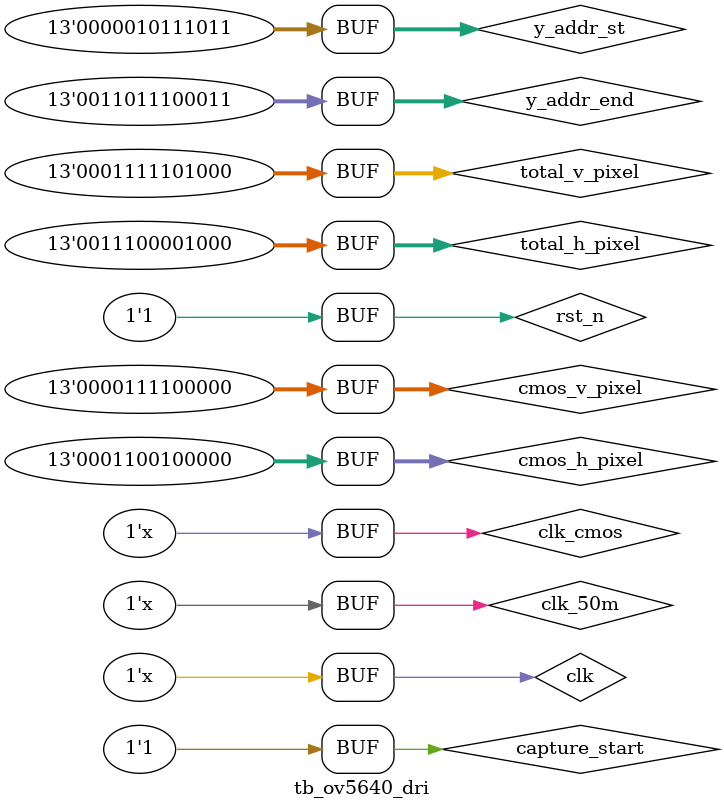
<source format=v>
`timescale 1ns/1ns

module tb_ov5640_dri;

//reg define
reg           clk_50m;
reg           rst_n;
reg    [12:0] cmos_h_pixel;
reg    [12:0] cmos_v_pixel;
reg    [12:0] total_h_pixel;
reg    [12:0] total_v_pixel;
reg    [12:0] y_addr_st;
reg    [12:0] y_addr_end;
reg           capture_start;

//wire define
wire          cam_init_done;                                                        
wire          cmos_frame_vsync;
wire          cmos_frame_href;
wire          cmos_frame_valid;
wire   [15:0] cmos_frame_data;
//CMOS Camera interface and data output simulation
wire          cmos_pclk;				//24MHz CMOS Pixel clock input
wire          cmos_vsync;				//L: vaild, H: invalid
wire          cmos_href;				//H: vaild, L: invalid
wire    [7:0] cmos_data;				//8 bits cmos data input
wire          cam_rst_n;
wire          cam_pwdn ;
wire          cam_scl;
wire          cam_sda;

//**************************************************************************//
// Reset Generation
//**************************************************************************//
initial begin
  rst_n = 1'b0;
  capture_start = 1'b1;
  cmos_h_pixel  = 13'd0; 
  cmos_v_pixel  = 13'd0; 
  total_h_pixel = 13'd0;
  total_v_pixel = 13'd0;
  y_addr_st     = 13'd0;    
  y_addr_end    = 13'd0;   
  #200
  cmos_h_pixel  = 13'd800;  
  cmos_v_pixel  = 13'd480;  
  total_h_pixel = 13'd1800;  
  total_v_pixel = 13'd1000;  
  y_addr_st     = 13'd187;  
  y_addr_end    = 13'd1763;  
  rst_n = 1'b1;
end

//**************************************************************************//
// Clock Generation
//**************************************************************************//
initial
    clk_50m = 1'b0;
always
    clk_50m = #10 ~clk_50m;

//Generate 48MHz driver clock
reg    clk; 
wire   clk_cmos = clk;        //48MHz
initial    
    clk = 1'b0;
always       
    clk = #11 ~clk;
    
//===========================================================================
//                                 FPGA Memory Controller
//===========================================================================
ov5640_dri u_ov5640_dri(
    .clk               (clk_50m),
    .rst_n             (rst_n),

    .cam_pclk          (cmos_pclk),
    .cam_vsync         (cmos_vsync),
    .cam_href          (cmos_href),
    .cam_data          (cmos_data),
    .cam_rst_n         (cam_rst_n),
    .cam_pwdn          (cam_pwdn),
    .cam_scl           (cam_scl),
    .cam_sda           (cam_sda),
    
    .cam_init_done     (cam_init_done),
    .capture_start     (capture_start),
    .cmos_h_pixel      (cmos_h_pixel),
    .cmos_v_pixel      (cmos_v_pixel),
    .total_h_pixel     (total_h_pixel),
    .total_v_pixel     (total_v_pixel),
    //.y_addr_st         (y_addr_st ),
    //.y_addr_end        (y_addr_end),
    .cmos_frame_vsync  (cmos_frame_vsync),
    .cmos_frame_href   (cmos_frame_href),
    .cmos_frame_valid  (cmos_frame_valid),
    .cmos_frame_data   (cmos_frame_data)
);

//**************************************************************************//
//  Models instantiations
//**************************************************************************//

Video_Image_Simulate_CMOS  
#(
    .CMOS_VSYNC_VALID    (1'b1),     //VSYNC = 1
    .IMG_HDISP           (10'd32),    //(10'd640),    //640*480
    .IMG_VDISP           (10'd4)        //(10'd480)
)
u_Video_Image_Simulate_CMOS
(
    //global reset
    .rst_n                (rst_n & cam_init_done),    
    
    //CMOS Camera interface and data output simulation
    .cmos_xclk            (clk_cmos),          //48MHz cmos clock
    .cmos_pclk            (cmos_pclk ),        //48MHz when rgb output
    .cmos_vsync           (cmos_vsync),        //L: vaild, H: invalid
    .cmos_href            (cmos_href ),        //H: vaild, L: invalid
    .cmos_data            (cmos_data )         //8 bits cmos data input
);

endmodule
</source>
